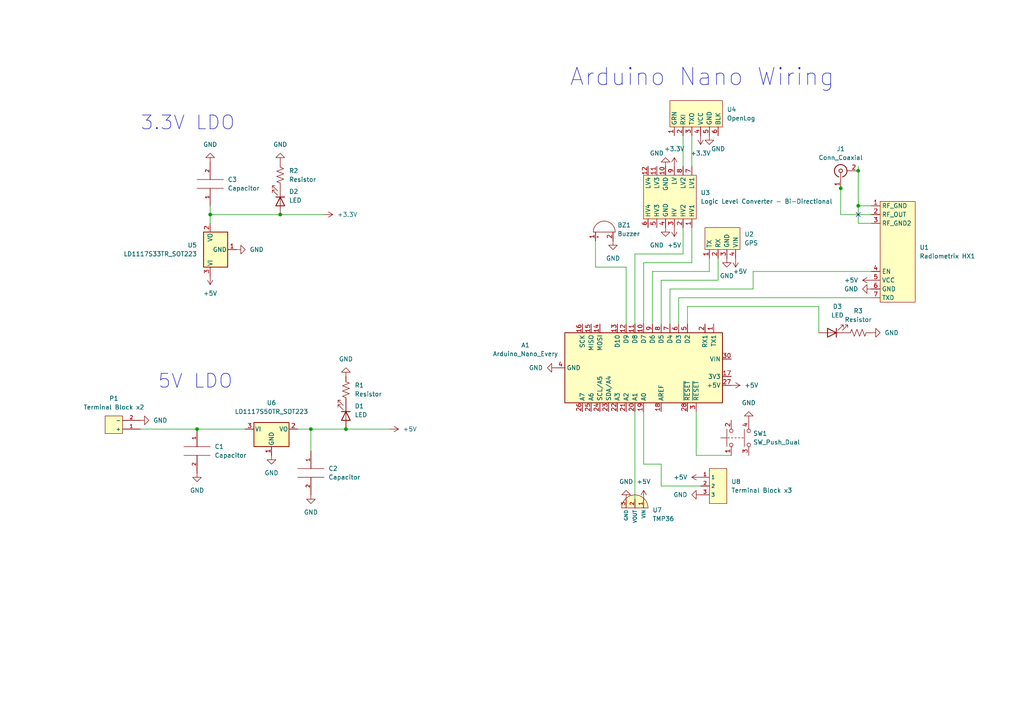
<source format=kicad_sch>
(kicad_sch (version 20211123) (generator eeschema)
  (paper "A4")
  (title_block (title "Trackuino-v2 Arduino Nano"))
  (lib_symbols
    (symbol "Connector:Conn_Coaxial" (pin_names (offset 1.016) hide)
      (property "Reference" "J" (at 0.254 3.048 0))
      (property "Value" "Conn_Coaxial" (at 2.921 0 90))
      (symbol "Conn_Coaxial_0_1"
        (arc (start -1.778 -0.508) (mid 0.2311 -1.8066) (end 1.778 0) (stroke (width 0.254)))
        (polyline (pts (xy -2.54 0) (xy -0.508 0)))
        (polyline (pts (xy 0 -2.54) (xy 0 -1.778)))
        (circle (center 0 0) (radius 0.508) (stroke (width 0.2032)))
        (arc (start 1.778 0) (mid 0.2099 1.8101) (end -1.778 0.508) (stroke (width 0.254)))
      )
      (symbol "Conn_Coaxial_1_1"
        (pin passive line (at -5.08 0 0) (length 2.54) (name "In") (number "1"))
        (pin passive line (at 0 -5.08 90) (length 2.54) (name "Ext") (number "2"))
      )
    )
    (symbol "Device:Buzzer" (pin_names (offset 0.0254) hide)
      (property "Reference" "BZ" (at 3.81 1.27 0))
      (property "Value" "Buzzer" (at 3.81 -1.27 0))
      (symbol "Buzzer_0_1"
        (arc (start 0 -3.175) (mid 3.175 0) (end 0 3.175))
        (polyline (pts (xy -1.651 1.905) (xy -1.143 1.905)))
        (polyline (pts (xy -1.397 2.159) (xy -1.397 1.651)))
        (polyline (pts (xy 0 3.175) (xy 0 -3.175)))
      )
      (symbol "Buzzer_1_1"
        (pin passive line (at -2.54 2.54 0) (length 2.54) (name "-") (number "1"))
        (pin passive line (at -2.54 -2.54 0) (length 2.54) (name "+") (number "2"))
      )
    )
    (symbol "MCU_Module:Arduino_Nano_Every"
      (property "Reference" "A" (at -10.16 23.495 0))
      (property "Value" "Arduino_Nano_Every" (at 5.08 -24.13 0))
      (symbol "Arduino_Nano_Every_0_1"
        (rectangle (start -10.16 22.86) (end 10.16 -22.86) (stroke (width 0.254)) (fill (type background)))
      )
      (symbol "Arduino_Nano_Every_1_1"
        (pin bidirectional line (at -12.7 20.32 0) (length 2.54) (name "TX1") (number "1"))
        (pin bidirectional line (at -12.7 0 0) (length 2.54) (name "D7") (number "10"))
        (pin bidirectional line (at -12.7 -2.54 0) (length 2.54) (name "D8") (number "11"))
        (pin bidirectional line (at -12.7 -5.08 0) (length 2.54) (name "D9") (number "12"))
        (pin bidirectional line (at -12.7 -7.62 0) (length 2.54) (name "D10") (number "13"))
        (pin bidirectional line (at -12.7 -12.7 0) (length 2.54) (name "MOSI") (number "14"))
        (pin bidirectional line (at -12.7 -15.24 0) (length 2.54) (name "MISO") (number "15"))
        (pin bidirectional line (at -12.7 -17.78 0) (length 2.54) (name "SCK") (number "16"))
        (pin power_out line (at 2.54 25.4 270) (length 2.54) (name "3V3") (number "17"))
        (pin input line (at 12.7 5.08 180) (length 2.54) (name "AREF") (number "18"))
        (pin bidirectional line (at 12.7 0 180) (length 2.54) (name "A0") (number "19"))
        (pin bidirectional line (at -12.7 17.78 0) (length 2.54) (name "RX1") (number "2"))
        (pin bidirectional line (at 12.7 -2.54 180) (length 2.54) (name "A1") (number "20"))
        (pin bidirectional line (at 12.7 -5.08 180) (length 2.54) (name "A2") (number "21"))
        (pin bidirectional line (at 12.7 -7.62 180) (length 2.54) (name "A3") (number "22"))
        (pin bidirectional line (at 12.7 -10.16 180) (length 2.54) (name "SDA/A4") (number "23"))
        (pin bidirectional line (at 12.7 -12.7 180) (length 2.54) (name "SCL/A5") (number "24"))
        (pin bidirectional line (at 12.7 -15.24 180) (length 2.54) (name "A6") (number "25"))
        (pin bidirectional line (at 12.7 -17.78 180) (length 2.54) (name "A7") (number "26"))
        (pin power_out line (at 5.08 25.4 270) (length 2.54) (name "+5V") (number "27"))
        (pin input line (at 12.7 12.7 180) (length 2.54) (name "~{RESET}") (number "28"))
        (pin passive line (at 0 -25.4 90) (length 2.54) hide (name "GND") (number "29"))
        (pin input line (at 12.7 15.24 180) (length 2.54) (name "~{RESET}") (number "3"))
        (pin power_in line (at -2.54 25.4 270) (length 2.54) (name "VIN") (number "30"))
        (pin power_in line (at 0 -25.4 90) (length 2.54) (name "GND") (number "4"))
        (pin bidirectional line (at -12.7 12.7 0) (length 2.54) (name "D2") (number "5"))
        (pin bidirectional line (at -12.7 10.16 0) (length 2.54) (name "D3") (number "6"))
        (pin bidirectional line (at -12.7 7.62 0) (length 2.54) (name "D4") (number "7"))
        (pin bidirectional line (at -12.7 5.08 0) (length 2.54) (name "D5") (number "8"))
        (pin bidirectional line (at -12.7 2.54 0) (length 2.54) (name "D6") (number "9"))
      )
    )
    (symbol "Regulator_Linear:LD1117S33TR_SOT223" (pin_names (offset 0.254))
      (property "Reference" "U" (at -3.81 3.175 0))
      (property "Value" "LD1117S33TR_SOT223" (at 0 3.175 0))
      (symbol "LD1117S33TR_SOT223_0_1"
        (rectangle (start -5.08 -5.08) (end 5.08 1.905) (stroke (width 0.254)) (fill (type background)))
      )
      (symbol "LD1117S33TR_SOT223_1_1"
        (pin power_in line (at 0 -7.62 90) (length 2.54) (name "GND") (number "1"))
        (pin power_out line (at 7.62 0 180) (length 2.54) (name "VO") (number "2"))
        (pin power_in line (at -7.62 0 0) (length 2.54) (name "VI") (number "3"))
      )
    )
    (symbol "Regulator_Linear:LD1117S50TR_SOT223" (pin_names (offset 0.254))
      (property "Reference" "U" (at -3.81 3.175 0))
      (property "Value" "LD1117S50TR_SOT223" (at 0 3.175 0))
      (symbol "LD1117S50TR_SOT223_0_1"
        (rectangle (start -5.08 -5.08) (end 5.08 1.905) (stroke (width 0.254)) (fill (type background)))
      )
      (symbol "LD1117S50TR_SOT223_1_1"
        (pin power_in line (at 0 -7.62 90) (length 2.54) (name "GND") (number "1"))
        (pin power_out line (at 7.62 0 180) (length 2.54) (name "VO") (number "2"))
        (pin power_in line (at -7.62 0 0) (length 2.54) (name "VI") (number "3"))
      )
    )
    (symbol "Switch:SW_Push_Dual" (pin_names (offset 1.016) hide)
      (property "Reference" "SW" (at 1.27 2.54 0))
      (property "Value" "SW_Push_Dual" (at 0 -6.858 0))
      (symbol "SW_Push_Dual_0_1"
        (circle (center -2.032 -5.08) (radius 0.508))
        (circle (center -2.032 0) (radius 0.508))
        (polyline (pts (xy 0 -3.048) (xy 0 -3.556)))
        (polyline (pts (xy 0 -2.032) (xy 0 -2.54)))
        (polyline (pts (xy 0 -1.524) (xy 0 -1.016)))
        (polyline (pts (xy 0 -0.508) (xy 0 0)))
        (polyline (pts (xy 0 0.508) (xy 0 1.016)))
        (polyline (pts (xy 0 1.27) (xy 0 3.048)))
        (polyline (pts (xy 2.54 -3.81) (xy -2.54 -3.81)))
        (polyline (pts (xy 2.54 1.27) (xy -2.54 1.27)))
        (circle (center 2.032 -5.08) (radius 0.508))
        (circle (center 2.032 0) (radius 0.508))
        (pin passive line (at -5.08 0 0) (length 2.54) (name "1") (number "1"))
        (pin passive line (at 5.08 0 180) (length 2.54) (name "2") (number "2"))
        (pin passive line (at -5.08 -5.08 0) (length 2.54) (name "3") (number "3"))
        (pin passive line (at 5.08 -5.08 180) (length 2.54) (name "4") (number "4"))
      )
    )
    (symbol "Trackuino:Capacitor" (pin_names (offset 0.254))
      (property "Reference" "C?" (at 5.08 1.2701 0))
      (property "Value" "Capacitor" (at 5.08 -1.2699 0))
      (symbol "Capacitor_0_1"
        (polyline (pts (xy -3.81 -1.27) (xy 3.81 -1.27)))
        (polyline (pts (xy -3.81 1.27) (xy 3.81 1.27)))
      )
      (symbol "Capacitor_1_1"
        (pin power_in line (at 0 6.35 270) (length 5.08) (name "~") (number "1"))
        (pin power_out line (at 0 -6.35 90) (length 5.08) (name "~") (number "2"))
      )
    )
    (symbol "Trackuino:GPS"
      (property "Reference" "U" (at 0 10.16 0))
      (property "Value" "GPS" (at 0 6.35 0))
      (symbol "GPS_0_1"
        (rectangle (start -5.08 3.81) (end 5.08 -2.54) (fill (type background)))
      )
      (symbol "GPS_1_1"
        (pin output line (at -3.81 -5.08 90) (length 2.54) (name "TX") (number "1"))
        (pin input line (at -1.27 -5.08 90) (length 2.54) (name "RX") (number "2"))
        (pin power_in line (at 1.27 -5.08 90) (length 2.54) (name "GND") (number "3"))
        (pin power_in line (at 3.81 -5.08 90) (length 2.54) (name "VIN") (number "4"))
      )
    )
    (symbol "Trackuino:LED" (pin_numbers hide) (pin_names (offset 1.016) hide)
      (property "Reference" "D?" (at -1.5875 6.35 0))
      (property "Value" "LED" (at -1.5875 3.81 0))
      (symbol "LED_0_1"
        (polyline (pts (xy -1.27 -1.27) (xy -1.27 1.27)) (stroke (width 0.254)))
        (polyline (pts (xy -1.27 0) (xy 1.27 0)))
        (polyline (pts (xy 1.27 -1.27) (xy 1.27 1.27) (xy -1.27 0) (xy 1.27 -1.27)) (stroke (width 0.254)))
        (polyline (pts (xy -3.048 -0.762) (xy -4.572 -2.286) (xy -3.81 -2.286) (xy -4.572 -2.286) (xy -4.572 -1.524)))
        (polyline (pts (xy -1.778 -0.762) (xy -3.302 -2.286) (xy -2.54 -2.286) (xy -3.302 -2.286) (xy -3.302 -1.524)))
      )
      (symbol "LED_1_1"
        (pin passive line (at -3.81 0 0) (length 2.54) (name "K") (number "1"))
        (pin passive line (at 3.81 0 180) (length 2.54) (name "A") (number "2"))
      )
    )
    (symbol "Trackuino:Logic Level Converter - Bi-Directional"
      (property "Reference" "U" (at 0 15.24 0))
      (property "Value" "Logic Level Converter - Bi-Directional" (at 0 12.7 0))
      (symbol "Logic Level Converter - Bi-Directional_0_1"
        (rectangle (start -6.35 10.16) (end 6.35 -5.08) (fill (type background)))
      )
      (symbol "Logic Level Converter - Bi-Directional_1_1"
        (pin bidirectional line (at -8.89 -3.81 0) (length 2.54) (name "HV1") (number "1"))
        (pin power_in line (at 8.89 3.81 180) (length 2.54) (name "GND") (number "10"))
        (pin bidirectional line (at 8.89 6.35 180) (length 2.54) (name "LV3") (number "11"))
        (pin bidirectional line (at 8.89 8.89 180) (length 2.54) (name "LV4") (number "12"))
        (pin bidirectional line (at -8.89 -1.27 0) (length 2.54) (name "HV2") (number "2"))
        (pin power_in line (at -8.89 1.27 0) (length 2.54) (name "HV") (number "3"))
        (pin power_in line (at -8.89 3.81 0) (length 2.54) (name "GND") (number "4"))
        (pin bidirectional line (at -8.89 6.35 0) (length 2.54) (name "HV3") (number "5"))
        (pin bidirectional line (at -8.89 8.89 0) (length 2.54) (name "HV4") (number "6"))
        (pin bidirectional line (at 8.89 -3.81 180) (length 2.54) (name "LV1") (number "7"))
        (pin bidirectional line (at 8.89 -1.27 180) (length 2.54) (name "LV2") (number "8"))
        (pin power_in line (at 8.89 1.27 180) (length 2.54) (name "LV") (number "9"))
      )
    )
    (symbol "Trackuino:OpenLog"
      (property "Reference" "U" (at 0 6.35 0))
      (property "Value" "OpenLog" (at 0 5.08 0))
      (symbol "OpenLog_0_1"
        (rectangle (start -7.62 3.81) (end 7.62 -3.81) (fill (type background)))
      )
      (symbol "OpenLog_1_1"
        (pin input line (at -6.35 -6.35 90) (length 2.54) (name "GRN") (number "1"))
        (pin input line (at -3.81 -6.35 90) (length 2.54) (name "RXI") (number "2"))
        (pin output line (at -1.27 -6.35 90) (length 2.54) (name "TXO") (number "3"))
        (pin power_in line (at 1.27 -6.35 90) (length 2.54) (name "VCC") (number "4"))
        (pin power_in line (at 3.81 -6.35 90) (length 2.54) (name "GND") (number "5"))
        (pin power_in line (at 6.35 -6.35 90) (length 2.54) (name "BLK") (number "6"))
      )
    )
    (symbol "Trackuino:Radiometrix HX1"
      (property "Reference" "U" (at 0 15.24 0))
      (property "Value" "Radiometrix HX1" (at 0 11.43 0))
      (symbol "Radiometrix HX1_0_1"
        (rectangle (start -13.97 7.62) (end 15.24 -2.54) (fill (type background)))
      )
      (symbol "Radiometrix HX1_1_1"
        (pin power_out line (at -12.7 -5.08 90) (length 2.54) (name "RF_GND") (number "1"))
        (pin power_out line (at -10.16 -5.08 90) (length 2.54) (name "RF_OUT") (number "2"))
        (pin power_out line (at -7.62 -5.08 90) (length 2.54) (name "RF_GND2") (number "3"))
        (pin input line (at 6.35 -5.08 90) (length 2.54) (name "EN") (number "4"))
        (pin power_in line (at 8.89 -5.08 90) (length 2.54) (name "VCC") (number "5"))
        (pin power_in line (at 11.43 -5.08 90) (length 2.54) (name "GND") (number "6"))
        (pin input line (at 13.97 -5.08 90) (length 2.54) (name "TXD") (number "7"))
      )
    )
    (symbol "Trackuino:Resistor" (pin_numbers hide) (pin_names (offset 0))
      (property "Reference" "R?" (at 2.54 1.2701 0))
      (property "Value" "Resistor" (at 2.54 -1.2699 0))
      (symbol "Resistor_0_1"
        (polyline (pts (xy 0 -2.286) (xy 0 -2.54)))
        (polyline (pts (xy 0 2.286) (xy 0 2.54)))
        (polyline (pts (xy 0 -0.762) (xy 1.016 -1.143) (xy 0 -1.524) (xy -1.016 -1.905) (xy 0 -2.286)))
        (polyline (pts (xy 0 0.762) (xy 1.016 0.381) (xy 0 0) (xy -1.016 -0.381) (xy 0 -0.762)))
        (polyline (pts (xy 0 2.286) (xy 1.016 1.905) (xy 0 1.524) (xy -1.016 1.143) (xy 0 0.762)))
      )
      (symbol "Resistor_1_1"
        (pin passive line (at 0 3.81 270) (length 1.27) (name "~") (number "1"))
        (pin passive line (at 0 -3.81 90) (length 1.27) (name "~") (number "2"))
      )
    )
    (symbol "Trackuino:TMP36"
      (property "Reference" "U" (at 0 0 0))
      (property "Value" "TMP36" (at 0 2.54 0))
      (symbol "TMP36_0_1"
        (arc (start -3.81 -6.35) (mid 0 -10.1992) (end 3.81 -6.35) (fill (type background)))
        (rectangle (start 3.81 -6.35) (end -3.81 -6.35))
      )
      (symbol "TMP36_1_1"
        (pin power_in line (at -2.54 -8.89 90) (length 2.54) (name "VIN") (number "1"))
        (pin power_out line (at 0 -8.89 90) (length 2.54) (name "VOUT") (number "2"))
        (pin power_in line (at 2.54 -8.89 90) (length 2.54) (name "GND") (number "3"))
      )
    )
    (symbol "Trackuino:Terminal Block x2"
      (property "Reference" "P" (at 0 0 0))
      (property "Value" "Terminal Block x2" (at 0 2.54 0))
      (symbol "Terminal Block x2_0_1"
        (rectangle (start -2.54 -1.27) (end 2.54 -6.35) (fill (type background)))
      )
      (symbol "Terminal Block x2_1_1"
        (pin power_in line (at -1.27 -11.43 90) (length 5.08) (name "+") (number "1"))
        (pin power_in line (at 1.27 -11.43 90) (length 5.08) (name "-") (number "2"))
      )
    )
    (symbol "Trackuino:Terminal Block x3"
      (property "Reference" "U" (at 0 0 0))
      (property "Value" "Terminal Block x3" (at 0 2.54 0))
      (symbol "Terminal Block x3_0_1"
        (rectangle (start -5.08 -2.54) (end 5.08 -7.62) (fill (type background)))
      )
      (symbol "Terminal Block x3_1_1"
        (pin unspecified line (at -2.54 -10.16 90) (length 2.54) (name "1") (number "1"))
        (pin unspecified line (at 0 -10.16 90) (length 2.54) (name "2") (number "2"))
        (pin unspecified line (at 2.54 -10.16 90) (length 2.54) (name "3") (number "3"))
      )
    )
    (symbol "power:+3.3V" (power) (pin_names (offset 0))
      (property "Value" "+3.3V" (at 0 3.556 0))
      (symbol "+3.3V_0_1"
        (polyline (pts (xy -0.762 1.27) (xy 0 2.54)))
        (polyline (pts (xy 0 0) (xy 0 2.54)))
        (polyline (pts (xy 0 2.54) (xy 0.762 1.27)))
      )
      (symbol "+3.3V_1_1"
        (pin power_in line (at 0 0 90) (length 0) hide (name "+3.3V") (number "1"))
      )
    )
    (symbol "power:+5V" (power) (pin_names (offset 0))
      (property "Value" "+5V" (at 0 3.556 0))
      (symbol "+5V_0_1"
        (polyline (pts (xy -0.762 1.27) (xy 0 2.54)))
        (polyline (pts (xy 0 0) (xy 0 2.54)))
        (polyline (pts (xy 0 2.54) (xy 0.762 1.27)))
      )
      (symbol "+5V_1_1"
        (pin power_in line (at 0 0 90) (length 0) hide (name "+5V") (number "1"))
      )
    )
    (symbol "power:GND" (power) (pin_names (offset 0))
      (property "Value" "GND" (at 0 -3.81 0))
      (symbol "GND_0_1"
        (polyline (pts (xy 0 0) (xy 0 -1.27) (xy 1.27 -1.27) (xy 0 -2.54) (xy -1.27 -1.27) (xy 0 -1.27)))
      )
      (symbol "GND_1_1"
        (pin power_in line (at 0 0 270) (length 0) hide (name "GND") (number "1"))
      )
    )
  )
  (junction (at 57.15 124.46))
  (junction (at 60.96 62.23))
  (junction (at 248.92 49.53))
  (junction (at 90.17 124.46))
  (junction (at 81.28 62.23))
  (junction (at 100.33 124.46))
  (junction (at 248.92 59.69))
  (junction (at 243.84 54.61))
  (no_connect (at 248.92 62.23))
  (wire (pts (xy 60.96 62.23) (xy 81.28 62.23)))
  (wire (pts (xy 243.84 62.23) (xy 243.84 54.61)))
  (wire (pts (xy 199.39 88.9) (xy 199.39 93.98)))
  (wire (pts (xy 90.17 124.46) (xy 100.33 124.46)))
  (wire (pts (xy 248.92 59.69) (xy 252.73 59.69)))
  (wire (pts (xy 201.93 132.08) (xy 212.09 132.08)))
  (wire (pts (xy 200.66 39.37) (xy 200.66 48.26)))
  (wire (pts (xy 196.85 86.36) (xy 252.73 86.36)))
  (wire (pts (xy 189.23 78.74) (xy 189.23 93.98)))
  (wire (pts (xy 60.96 62.23) (xy 60.96 64.77)))
  (wire (pts (xy 198.12 66.04) (xy 198.12 73.66)))
  (wire (pts (xy 186.69 134.62) (xy 186.69 119.38)))
  (wire (pts (xy 172.72 77.47) (xy 181.61 77.47)))
  (wire (pts (xy 172.72 69.85) (xy 172.72 77.47)))
  (wire (pts (xy 248.92 48.26) (xy 248.92 49.53)))
  (wire (pts (xy 205.74 74.93) (xy 205.74 78.74)))
  (wire (pts (xy 237.49 88.9) (xy 199.39 88.9)))
  (wire (pts (xy 196.85 86.36) (xy 196.85 93.98)))
  (wire (pts (xy 90.17 124.46) (xy 90.17 130.81)))
  (wire (pts (xy 200.66 76.2) (xy 186.69 76.2)))
  (wire (pts (xy 184.15 119.38) (xy 184.15 144.78)))
  (wire (pts (xy 252.73 64.77) (xy 248.92 64.77)))
  (wire (pts (xy 184.15 73.66) (xy 184.15 93.98)))
  (wire (pts (xy 237.49 96.52) (xy 237.49 88.9)))
  (wire (pts (xy 57.15 124.46) (xy 71.12 124.46)))
  (wire (pts (xy 252.73 62.23) (xy 243.84 62.23)))
  (wire (pts (xy 198.12 39.37) (xy 198.12 48.26)))
  (wire (pts (xy 200.66 66.04) (xy 200.66 76.2)))
  (wire (pts (xy 191.77 134.62) (xy 186.69 134.62)))
  (wire (pts (xy 248.92 59.69) (xy 248.92 49.53)))
  (wire (pts (xy 198.12 73.66) (xy 184.15 73.66)))
  (wire (pts (xy 40.64 124.46) (xy 57.15 124.46)))
  (wire (pts (xy 218.44 78.74) (xy 218.44 83.82)))
  (wire (pts (xy 90.17 124.46) (xy 86.36 124.46)))
  (wire (pts (xy 252.73 78.74) (xy 218.44 78.74)))
  (wire (pts (xy 100.33 124.46) (xy 113.03 124.46)))
  (wire (pts (xy 81.28 62.23) (xy 93.98 62.23)))
  (wire (pts (xy 191.77 81.28) (xy 191.77 93.98)))
  (wire (pts (xy 191.77 140.97) (xy 191.77 134.62)))
  (wire (pts (xy 218.44 83.82) (xy 194.31 83.82)))
  (wire (pts (xy 248.92 64.77) (xy 248.92 59.69)))
  (wire (pts (xy 243.84 53.34) (xy 243.84 54.61)))
  (wire (pts (xy 208.28 81.28) (xy 208.28 74.93)))
  (wire (pts (xy 60.96 59.69) (xy 60.96 62.23)))
  (wire (pts (xy 186.69 76.2) (xy 186.69 93.98)))
  (wire (pts (xy 191.77 81.28) (xy 208.28 81.28)))
  (wire (pts (xy 194.31 83.82) (xy 194.31 93.98)))
  (wire (pts (xy 203.2 140.97) (xy 191.77 140.97)))
  (wire (pts (xy 201.93 119.38) (xy 201.93 132.08)))
  (wire (pts (xy 205.74 78.74) (xy 189.23 78.74)))
  (wire (pts (xy 181.61 77.47) (xy 181.61 93.98)))
  (text "5V LDO" (at 45.72 113.03 0) (effects (font (size 4 4)) (justify left bottom)))
  (text "3.3V LDO" (at 40.64 38.1 0) (effects (font (size 4 4)) (justify left bottom)))
  (text "Arduino Nano Wiring" (at 165.1 25.4 0) (effects (font (size 5 5)) (justify left bottom)))
  (symbol (lib_id "power:GND") (at 203.2 143.51 270) (unit 1)
    (property "Reference" "#PWR0118" (effects hide))
    (property "Value" "GND" (at 199.39 143.5099 90) (effects (justify right)))
  )
  (symbol (lib_id "power:GND") (at 177.8 69.85 0) (unit 1)
    (property "Reference" "#PWR0123" (effects hide))
    (property "Value" "GND" (at 177.8 74.93 0))
  )
  (symbol (lib_id "Trackuino:Capacitor") (at 57.15 130.81 0) (unit 1)
    (property "Reference" "C1" (at 62.23 129.5399 0) (effects (justify left)))
    (property "Value" "Capacitor" (at 62.23 132.0799 0) (effects (justify left)))
    (property "Footprint" "Trackuino:Capacitor" (effects hide))
  )
  (symbol (lib_id "MCU_Module:Arduino_Nano_Every") (at 186.69 106.68 270) (unit 1)
    (property "Reference" "A1" (at 152.4 100.1012 90))
    (property "Value" "Arduino_Nano_Every" (at 152.4 102.6412 90))
    (property "Footprint" "Module:Arduino_Nano" (effects hide))
    (property "Datasheet" "https://content.arduino.cc/assets/NANOEveryV3.0_sch.pdf" (effects hide))
  )
  (symbol (lib_id "power:+5V") (at 60.96 80.01 180) (unit 1)
    (property "Reference" "#PWR0102" (effects hide))
    (property "Value" "+5V" (at 60.96 85.09 0))
  )
  (symbol (lib_id "Trackuino:Resistor") (at 100.33 113.03 0) (unit 1)
    (property "Reference" "R1" (at 102.87 111.7599 0) (effects (justify left)))
    (property "Value" "Resistor" (at 102.87 114.2999 0) (effects (justify left)))
    (property "Footprint" "Trackuino:Resistor" (effects hide))
  )
  (symbol (lib_id "power:+5V") (at 252.73 81.28 90) (unit 1)
    (property "Reference" "#PWR0126" (effects hide))
    (property "Value" "+5V" (at 248.92 81.2799 90) (effects (justify left)))
  )
  (symbol (lib_id "power:+3.3V") (at 195.58 48.26 0) (unit 1)
    (property "Reference" "#PWR0128" (effects hide))
    (property "Value" "+3.3V" (at 195.58 43.18 0))
  )
  (symbol (lib_id "Trackuino:Capacitor") (at 90.17 137.16 0) (unit 1)
    (property "Reference" "C2" (at 95.25 135.8899 0) (effects (justify left)))
    (property "Value" "Capacitor" (at 95.25 138.4299 0) (effects (justify left)))
    (property "Footprint" "Trackuino:Capacitor" (effects hide))
  )
  (symbol (lib_id "Connector:Conn_Coaxial") (at 243.84 49.53 90) (unit 1)
    (property "Reference" "J1" (at 243.84 43.18 90))
    (property "Value" "Conn_Coaxial" (at 243.84 45.72 90))
    (property "Footprint" "Trackuino:SMA Jack" (effects hide))
    (property "Datasheet" " ~" (effects hide))
  )
  (symbol (lib_id "power:+5V") (at 213.36 74.93 180) (unit 1)
    (property "Reference" "#PWR0121" (effects hide))
    (property "Value" "+5V" (at 214.63 78.74 0))
  )
  (symbol (lib_id "power:+5V") (at 113.03 124.46 270) (unit 1)
    (property "Reference" "#PWR0107" (effects hide))
    (property "Value" "+5V" (at 116.84 124.4599 90) (effects (justify left)))
  )
  (symbol (lib_id "power:GND") (at 161.29 106.68 270) (unit 1)
    (property "Reference" "#PWR0116" (effects hide))
    (property "Value" "GND" (at 157.48 106.6799 90) (effects (justify right)))
  )
  (symbol (lib_id "power:GND") (at 78.74 132.08 0) (unit 1)
    (property "Reference" "#PWR0104" (effects hide))
    (property "Value" "GND" (at 78.74 137.16 0))
  )
  (symbol (lib_id "power:GND") (at 68.58 72.39 90) (unit 1)
    (property "Reference" "#PWR0111" (effects hide))
    (property "Value" "GND" (at 72.39 72.3899 90) (effects (justify right)))
  )
  (symbol (lib_id "Trackuino:Terminal Block x3") (at 213.36 140.97 270) (unit 1)
    (property "Reference" "U8" (at 212.09 139.6999 90) (effects (justify left)))
    (property "Value" "Terminal Block x3" (at 212.09 142.2399 90) (effects (justify left)))
    (property "Footprint" "Trackuino:Terminal Block x3" (effects hide))
  )
  (symbol (lib_id "power:GND") (at 181.61 144.78 180) (unit 1)
    (property "Reference" "#PWR0120" (effects hide))
    (property "Value" "GND" (at 181.61 139.7 0))
  )
  (symbol (lib_id "power:GND") (at 217.17 121.92 180) (unit 1)
    (property "Reference" "#PWR0113" (effects hide))
    (property "Value" "GND" (at 217.17 116.84 0))
  )
  (symbol (lib_id "Trackuino:LED") (at 81.28 58.42 270) (unit 1)
    (property "Reference" "D2" (at 83.82 55.5624 90) (effects (justify left)))
    (property "Value" "LED" (at 83.82 58.1024 90) (effects (justify left)))
    (property "Footprint" "Trackuino:LED" (effects hide))
  )
  (symbol (lib_id "power:GND") (at 252.73 96.52 90) (unit 1)
    (property "Reference" "#PWR0124" (effects hide))
    (property "Value" "GND" (at 256.54 96.5199 90) (effects (justify right)))
  )
  (symbol (lib_id "power:GND") (at 193.04 66.04 0) (unit 1)
    (property "Reference" "#PWR0114" (effects hide))
    (property "Value" "GND" (at 190.5 71.12 0))
  )
  (symbol (lib_id "Switch:SW_Push_Dual") (at 212.09 127 90) (unit 1)
    (property "Reference" "SW1" (at 218.44 125.7299 90) (effects (justify right)))
    (property "Value" "SW_Push_Dual" (at 218.44 128.2699 90) (effects (justify right)))
    (property "Footprint" "Trackuino:Button" (effects hide))
  )
  (symbol (lib_id "Device:Buzzer") (at 175.26 67.31 90) (unit 1)
    (property "Reference" "BZ1" (at 179.07 65.2779 90) (effects (justify right)))
    (property "Value" "Buzzer" (at 179.07 67.8179 90) (effects (justify right)))
    (property "Footprint" "Trackuino:Buzzer" (effects hide))
  )
  (symbol (lib_id "power:GND") (at 193.04 48.26 180) (unit 1)
    (property "Reference" "#PWR0127" (effects hide))
    (property "Value" "GND" (at 190.5 44.45 0))
  )
  (symbol (lib_id "power:+3.3V") (at 203.2 39.37 180) (unit 1)
    (property "Reference" "#PWR0130" (effects hide))
    (property "Value" "+3.3V" (at 203.2 44.45 0))
  )
  (symbol (lib_id "power:+5V") (at 195.58 66.04 180) (unit 1)
    (property "Reference" "#PWR0115" (effects hide))
    (property "Value" "+5V" (at 195.58 71.12 0))
  )
  (symbol (lib_id "power:GND") (at 100.33 109.22 180) (unit 1)
    (property "Reference" "#PWR0106" (effects hide))
    (property "Value" "GND" (at 100.33 104.14 0))
  )
  (symbol (lib_id "Trackuino:OpenLog") (at 201.93 33.02 0) (unit 1)
    (property "Reference" "U4" (at 210.82 31.7499 0) (effects (justify left)))
    (property "Value" "OpenLog" (at 210.82 34.2899 0) (effects (justify left)))
    (property "Footprint" "Trackuino:OpenLog" (effects hide))
    (property "Datasheet" "https://learn.sparkfun.com/tutorials/openlog-hookup-guide" (effects hide))
    (property "Manufacturer" "SparkFun" (effects hide))
  )
  (symbol (lib_id "Trackuino:LED") (at 100.33 120.65 270) (unit 1)
    (property "Reference" "D1" (at 102.87 117.7924 90) (effects (justify left)))
    (property "Value" "LED" (at 102.87 120.3324 90) (effects (justify left)))
    (property "Footprint" "Trackuino:LED" (effects hide))
  )
  (symbol (lib_id "power:GND") (at 90.17 143.51 0) (unit 1)
    (property "Reference" "#PWR0105" (effects hide))
    (property "Value" "GND" (at 90.17 148.59 0))
  )
  (symbol (lib_id "Trackuino:Logic Level Converter - Bi-Directional") (at 196.85 57.15 90) (unit 1)
    (property "Reference" "U3" (at 203.2 55.8799 90) (effects (justify right)))
    (property "Value" "Logic Level Converter - Bi-Directional" (at 203.2 58.42 90) (effects (justify right)))
    (property "Footprint" "Trackuino:Logic Level Converter - Bi-Directional" (effects hide))
    (property "Datasheet" "https://learn.sparkfun.com/tutorials/bi-directional-logic-level-converter-hookup-guide" (effects hide))
    (property "Manufacturer" "SparkFun" (effects hide))
  )
  (symbol (lib_id "power:+5V") (at 203.2 138.43 90) (unit 1)
    (property "Reference" "#PWR0117" (effects hide))
    (property "Value" "+5V" (at 199.39 138.4299 90) (effects (justify left)))
  )
  (symbol (lib_id "power:GND") (at 40.64 121.92 90) (unit 1)
    (property "Reference" "#PWR0108" (effects hide))
    (property "Value" "GND" (at 44.45 121.9199 90) (effects (justify right)))
  )
  (symbol (lib_id "power:GND") (at 60.96 46.99 180) (unit 1)
    (property "Reference" "#PWR0101" (effects hide))
    (property "Value" "GND" (at 60.96 41.91 0))
  )
  (symbol (lib_id "Trackuino:Terminal Block x2") (at 29.21 123.19 90) (unit 1)
    (property "Reference" "P1" (at 33.02 115.57 90))
    (property "Value" "Terminal Block x2" (at 33.02 118.11 90))
    (property "Footprint" "Trackuino:Terminal Block x2" (effects hide))
  )
  (symbol (lib_id "Trackuino:GPS") (at 209.55 69.85 0) (unit 1)
    (property "Reference" "U2" (at 215.9 67.9449 0) (effects (justify left)))
    (property "Value" "GPS" (at 215.9 70.4849 0) (effects (justify left)))
    (property "Footprint" "Trackuino:GPS" (effects hide))
  )
  (symbol (lib_id "Regulator_Linear:LD1117S50TR_SOT223") (at 78.74 124.46 0) (unit 1)
    (property "Reference" "U6" (at 78.74 116.84 0))
    (property "Value" "LD1117S50TR_SOT223" (at 78.74 119.38 0))
    (property "Footprint" "Package_TO_SOT_SMD:SOT-223-3_TabPin2" (effects hide))
    (property "Datasheet" "http://www.st.com/st-web-ui/static/active/en/resource/technical/document/datasheet/CD00000544.pdf" (effects hide))
  )
  (symbol (lib_id "Trackuino:Resistor") (at 248.92 96.52 270) (unit 1)
    (property "Reference" "R3" (at 248.92 90.17 90))
    (property "Value" "Resistor" (at 248.92 92.71 90))
    (property "Footprint" "Trackuino:Resistor" (effects hide))
  )
  (symbol (lib_id "power:GND") (at 205.74 39.37 0) (unit 1)
    (property "Reference" "#PWR0129" (effects hide))
    (property "Value" "GND" (at 208.28 43.18 0))
  )
  (symbol (lib_id "power:+3.3V") (at 93.98 62.23 270) (unit 1)
    (property "Reference" "#PWR0110" (effects hide))
    (property "Value" "+3.3V" (at 97.79 62.2299 90) (effects (justify left)))
  )
  (symbol (lib_id "Trackuino:LED") (at 241.3 96.52 180) (unit 1)
    (property "Reference" "D3" (at 242.8875 88.9 0))
    (property "Value" "LED" (at 242.8875 91.44 0))
    (property "Footprint" "Trackuino:LED" (effects hide))
  )
  (symbol (lib_id "Trackuino:Resistor") (at 81.28 50.8 0) (unit 1)
    (property "Reference" "R2" (at 83.82 49.5299 0) (effects (justify left)))
    (property "Value" "Resistor" (at 83.82 52.0699 0) (effects (justify left)))
    (property "Footprint" "Trackuino:Resistor" (effects hide))
  )
  (symbol (lib_id "power:GND") (at 210.82 74.93 0) (unit 1)
    (property "Reference" "#PWR0122" (effects hide))
    (property "Value" "GND" (at 210.82 80.01 0))
  )
  (symbol (lib_id "Regulator_Linear:LD1117S33TR_SOT223") (at 60.96 72.39 90) (unit 1)
    (property "Reference" "U5" (at 57.15 71.1199 90) (effects (justify left)))
    (property "Value" "LD1117S33TR_SOT223" (at 57.15 73.6599 90) (effects (justify left)))
    (property "Footprint" "Package_TO_SOT_SMD:SOT-223-3_TabPin2" (effects hide))
    (property "Datasheet" "http://www.st.com/st-web-ui/static/active/en/resource/technical/document/datasheet/CD00000544.pdf" (effects hide))
  )
  (symbol (lib_id "Trackuino:Radiometrix HX1") (at 257.81 72.39 270) (unit 1)
    (property "Reference" "U1" (at 266.7 71.7549 90) (effects (justify left)))
    (property "Value" "Radiometrix HX1" (at 266.7 74.2949 90) (effects (justify left)))
    (property "Footprint" "Trackuino:Radiometrix HX1" (effects hide))
    (property "Datasheet" "https://cdn.sparkfun.com/assets/d/1/1/4/b/HX1_APRS.pdf" (effects hide))
    (property "Manufacturer" "Radiometrix" (effects hide))
  )
  (symbol (lib_id "power:+5V") (at 186.69 144.78 0) (unit 1)
    (property "Reference" "#PWR0119" (effects hide))
    (property "Value" "+5V" (at 186.69 139.7 0))
  )
  (symbol (lib_id "Trackuino:Capacitor") (at 60.96 53.34 180) (unit 1)
    (property "Reference" "C3" (at 66.04 52.0699 0) (effects (justify right)))
    (property "Value" "Capacitor" (at 66.04 54.6099 0) (effects (justify right)))
    (property "Footprint" "Trackuino:Capacitor" (effects hide))
  )
  (symbol (lib_id "power:GND") (at 57.15 137.16 0) (unit 1)
    (property "Reference" "#PWR0103" (effects hide))
    (property "Value" "GND" (at 57.15 142.24 0))
  )
  (symbol (lib_id "power:GND") (at 252.73 83.82 270) (unit 1)
    (property "Reference" "#PWR0125" (effects hide))
    (property "Value" "GND" (at 248.92 83.8199 90) (effects (justify right)))
  )
  (symbol (lib_id "power:+5V") (at 212.09 111.76 270) (unit 1)
    (property "Reference" "#PWR0112" (effects hide))
    (property "Value" "+5V" (at 215.9 111.7599 90) (effects (justify left)))
  )
  (symbol (lib_id "Trackuino:TMP36") (at 184.15 153.67 180) (unit 1)
    (property "Reference" "U7" (at 189.23 147.9355 0) (effects (justify right)))
    (property "Value" "TMP36" (at 189.23 150.4755 0) (effects (justify right)))
    (property "Footprint" "Trackuino:TMP36" (effects hide))
  )
  (symbol (lib_id "power:GND") (at 81.28 46.99 180) (unit 1)
    (property "Reference" "#PWR0109" (effects hide))
    (property "Value" "GND" (at 81.28 41.91 0))
  )
)
</source>
